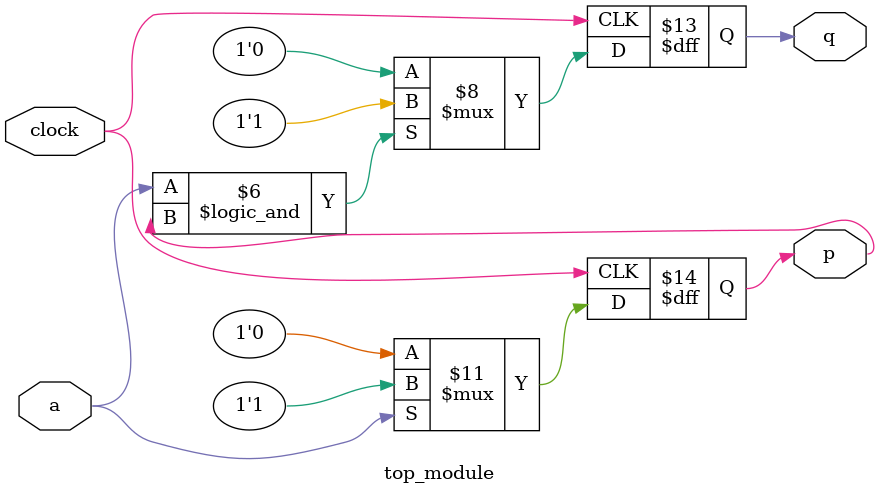
<source format=sv>
module top_module (
	input clock,
	input a, 
	output reg p,
	output reg q
);

always @(posedge clock) begin
    if (a == 1) begin
        p <= 1;
    end else begin
        p <= 0;
    end
end

always @(negedge clock) begin
    if (a == 1 && p == 1) begin
        q <= 1;
    end else begin
        q <= 0;
    end
end

endmodule

</source>
